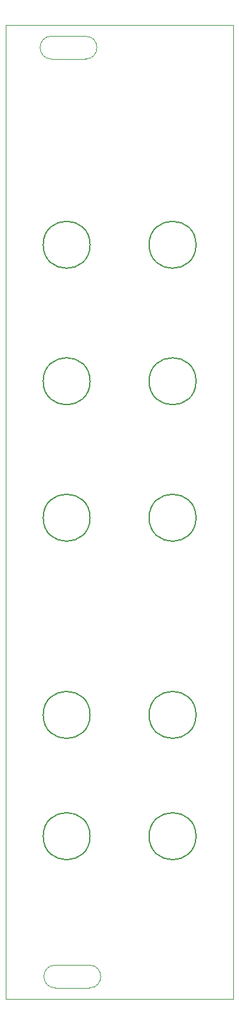
<source format=gm1>
%TF.GenerationSoftware,KiCad,Pcbnew,(6.0.1)*%
%TF.CreationDate,2022-10-19T13:09:28-04:00*%
%TF.ProjectId,ER-PROTO-PANEL-01,45522d50-524f-4544-9f2d-50414e454c2d,1*%
%TF.SameCoordinates,Original*%
%TF.FileFunction,Profile,NP*%
%FSLAX46Y46*%
G04 Gerber Fmt 4.6, Leading zero omitted, Abs format (unit mm)*
G04 Created by KiCad (PCBNEW (6.0.1)) date 2022-10-19 13:09:28*
%MOMM*%
%LPD*%
G01*
G04 APERTURE LIST*
%TA.AperFunction,Profile*%
%ADD10C,0.100000*%
%TD*%
%TA.AperFunction,Profile*%
%ADD11C,0.150000*%
%TD*%
G04 APERTURE END LIST*
D10*
X46500000Y-124000000D02*
X51000000Y-124000000D01*
X46500000Y-127000000D02*
X51000000Y-127000000D01*
X46500000Y-124000000D02*
G75*
G03*
X46500000Y-127000000I0J-1500000D01*
G01*
X51000000Y-127000000D02*
G75*
G03*
X51000000Y-124000000I0J1500000D01*
G01*
X46000000Y-4500000D02*
X50500000Y-4500000D01*
X46000000Y-1500000D02*
X50500000Y-1500000D01*
X50500000Y-4500000D02*
G75*
G03*
X50500000Y-1500000I0J1500000D01*
G01*
X46000000Y-1500000D02*
G75*
G03*
X46000000Y-4500000I0J-1500000D01*
G01*
X40000000Y0D02*
X70000000Y0D01*
X70000000Y0D02*
X70000000Y-128500000D01*
X70000000Y-128500000D02*
X40000000Y-128500000D01*
X40000000Y-128500000D02*
X40000000Y0D01*
D11*
X51100000Y-47000000D02*
G75*
G03*
X51100000Y-47000000I-3100000J0D01*
G01*
X65100000Y-91000000D02*
G75*
G03*
X65100000Y-91000000I-3100000J0D01*
G01*
X51100000Y-91000000D02*
G75*
G03*
X51100000Y-91000000I-3100000J0D01*
G01*
X65100000Y-29000000D02*
G75*
G03*
X65100000Y-29000000I-3100000J0D01*
G01*
X51100000Y-107000000D02*
G75*
G03*
X51100000Y-107000000I-3100000J0D01*
G01*
X51100000Y-65000000D02*
G75*
G03*
X51100000Y-65000000I-3100000J0D01*
G01*
X65100000Y-47000000D02*
G75*
G03*
X65100000Y-47000000I-3100000J0D01*
G01*
X51100000Y-29000000D02*
G75*
G03*
X51100000Y-29000000I-3100000J0D01*
G01*
X65100000Y-65000000D02*
G75*
G03*
X65100000Y-65000000I-3100000J0D01*
G01*
X65100000Y-107000000D02*
G75*
G03*
X65100000Y-107000000I-3100000J0D01*
G01*
M02*

</source>
